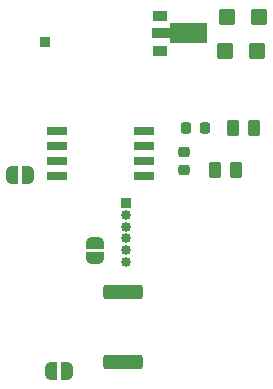
<source format=gbr>
%TF.GenerationSoftware,KiCad,Pcbnew,(6.0.5)*%
%TF.CreationDate,2022-07-13T16:28:14-04:00*%
%TF.ProjectId,torque_motor_design,746f7271-7565-45f6-9d6f-746f725f6465,rev?*%
%TF.SameCoordinates,Original*%
%TF.FileFunction,Soldermask,Bot*%
%TF.FilePolarity,Negative*%
%FSLAX46Y46*%
G04 Gerber Fmt 4.6, Leading zero omitted, Abs format (unit mm)*
G04 Created by KiCad (PCBNEW (6.0.5)) date 2022-07-13 16:28:14*
%MOMM*%
%LPD*%
G01*
G04 APERTURE LIST*
G04 Aperture macros list*
%AMRoundRect*
0 Rectangle with rounded corners*
0 $1 Rounding radius*
0 $2 $3 $4 $5 $6 $7 $8 $9 X,Y pos of 4 corners*
0 Add a 4 corners polygon primitive as box body*
4,1,4,$2,$3,$4,$5,$6,$7,$8,$9,$2,$3,0*
0 Add four circle primitives for the rounded corners*
1,1,$1+$1,$2,$3*
1,1,$1+$1,$4,$5*
1,1,$1+$1,$6,$7*
1,1,$1+$1,$8,$9*
0 Add four rect primitives between the rounded corners*
20,1,$1+$1,$2,$3,$4,$5,0*
20,1,$1+$1,$4,$5,$6,$7,0*
20,1,$1+$1,$6,$7,$8,$9,0*
20,1,$1+$1,$8,$9,$2,$3,0*%
%AMFreePoly0*
4,1,9,3.862500,-0.866500,0.737500,-0.866500,0.737500,-0.450000,-0.737500,-0.450000,-0.737500,0.450000,0.737500,0.450000,0.737500,0.866500,3.862500,0.866500,3.862500,-0.866500,3.862500,-0.866500,$1*%
%AMFreePoly1*
4,1,22,0.500000,-0.750000,0.000000,-0.750000,0.000000,-0.745033,-0.079941,-0.743568,-0.215256,-0.701293,-0.333266,-0.622738,-0.424486,-0.514219,-0.481581,-0.384460,-0.499164,-0.250000,-0.500000,-0.250000,-0.500000,0.250000,-0.499164,0.250000,-0.499963,0.256109,-0.478152,0.396186,-0.417904,0.524511,-0.324060,0.630769,-0.204165,0.706417,-0.067858,0.745374,0.000000,0.744959,0.000000,0.750000,
0.500000,0.750000,0.500000,-0.750000,0.500000,-0.750000,$1*%
%AMFreePoly2*
4,1,20,0.000000,0.744959,0.073905,0.744508,0.209726,0.703889,0.328688,0.626782,0.421226,0.519385,0.479903,0.390333,0.500000,0.250000,0.500000,-0.250000,0.499851,-0.262216,0.476331,-0.402017,0.414519,-0.529596,0.319384,-0.634700,0.198574,-0.708877,0.061801,-0.746166,0.000000,-0.745033,0.000000,-0.750000,-0.500000,-0.750000,-0.500000,0.750000,0.000000,0.750000,0.000000,0.744959,
0.000000,0.744959,$1*%
G04 Aperture macros list end*
%ADD10R,1.300000X0.900000*%
%ADD11FreePoly0,0.000000*%
%ADD12FreePoly1,180.000000*%
%ADD13FreePoly2,180.000000*%
%ADD14R,0.850000X0.850000*%
%ADD15R,1.700000X0.650000*%
%ADD16RoundRect,0.250000X0.450000X0.425000X-0.450000X0.425000X-0.450000X-0.425000X0.450000X-0.425000X0*%
%ADD17RoundRect,0.250000X-0.262500X-0.450000X0.262500X-0.450000X0.262500X0.450000X-0.262500X0.450000X0*%
%ADD18RoundRect,0.218750X-0.256250X0.218750X-0.256250X-0.218750X0.256250X-0.218750X0.256250X0.218750X0*%
%ADD19O,0.850000X0.850000*%
%ADD20RoundRect,0.250000X0.262500X0.450000X-0.262500X0.450000X-0.262500X-0.450000X0.262500X-0.450000X0*%
%ADD21RoundRect,0.250000X1.425000X-0.362500X1.425000X0.362500X-1.425000X0.362500X-1.425000X-0.362500X0*%
%ADD22FreePoly1,90.000000*%
%ADD23FreePoly2,90.000000*%
%ADD24RoundRect,0.218750X-0.218750X-0.256250X0.218750X-0.256250X0.218750X0.256250X-0.218750X0.256250X0*%
G04 APERTURE END LIST*
D10*
%TO.C,U4*%
X190120000Y-40997000D03*
D11*
X190207500Y-39497000D03*
D10*
X190120000Y-37997000D03*
%TD*%
D12*
%TO.C,Enable_Current_sense*%
X182170000Y-68070000D03*
D13*
X180870000Y-68070000D03*
%TD*%
D12*
%TO.C,JP1*%
X178890800Y-51508800D03*
D13*
X177590800Y-51508800D03*
%TD*%
D14*
%TO.C,Current_Sense*%
X180340000Y-40259000D03*
%TD*%
D15*
%TO.C,U1*%
X181398000Y-51585000D03*
X181398000Y-50315000D03*
X181398000Y-49045000D03*
X181398000Y-47775000D03*
X188698000Y-47775000D03*
X188698000Y-49045000D03*
X188698000Y-50315000D03*
X188698000Y-51585000D03*
%TD*%
D16*
%TO.C,C2*%
X198327000Y-41021000D03*
X195627000Y-41021000D03*
%TD*%
D17*
%TO.C,R8*%
X194725500Y-51074500D03*
X196550500Y-51074500D03*
%TD*%
D18*
%TO.C,D4*%
X192082000Y-49525000D03*
X192082000Y-51100000D03*
%TD*%
D14*
%TO.C,ONEV_2*%
X187200000Y-53850000D03*
D19*
X187200000Y-54850000D03*
X187200000Y-55850000D03*
X187200000Y-56850000D03*
X187200000Y-57850000D03*
X187200000Y-58850000D03*
%TD*%
D20*
%TO.C,R7*%
X198074500Y-47518500D03*
X196249500Y-47518500D03*
%TD*%
D21*
%TO.C,R3*%
X186970000Y-67322500D03*
X186970000Y-61397500D03*
%TD*%
D22*
%TO.C,Torque_mode_EN*%
X184540000Y-58510000D03*
D23*
X184540000Y-57210000D03*
%TD*%
D16*
%TO.C,C1*%
X198454000Y-38100000D03*
X195754000Y-38100000D03*
%TD*%
D24*
%TO.C,D3*%
X192310500Y-47518500D03*
X193885500Y-47518500D03*
%TD*%
M02*

</source>
